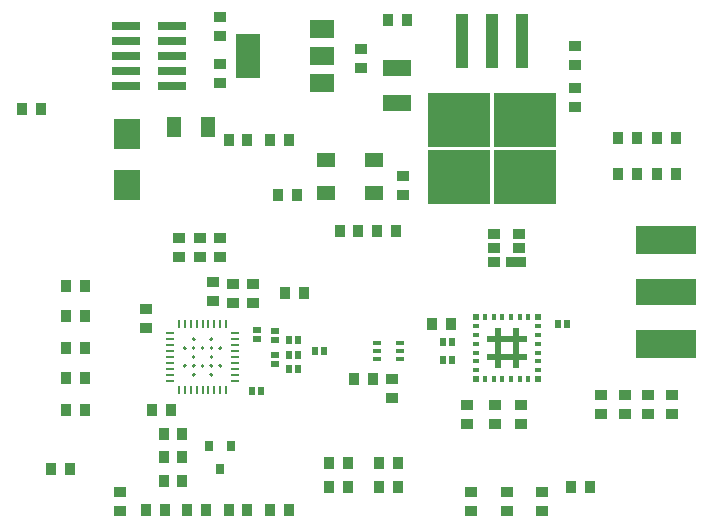
<source format=gtp>
G04 #@! TF.GenerationSoftware,KiCad,Pcbnew,(5.1.0-0)*
G04 #@! TF.CreationDate,2019-09-18T13:26:02-04:00*
G04 #@! TF.ProjectId,openlst-hw,6f70656e-6c73-4742-9d68-772e6b696361,1*
G04 #@! TF.SameCoordinates,Original*
G04 #@! TF.FileFunction,Paste,Top*
G04 #@! TF.FilePolarity,Positive*
%FSLAX46Y46*%
G04 Gerber Fmt 4.6, Leading zero omitted, Abs format (unit mm)*
G04 Created by KiCad (PCBNEW (5.1.0-0)) date 2019-09-18 13:26:02*
%MOMM*%
%LPD*%
G04 APERTURE LIST*
%ADD10C,0.200000*%
%ADD11R,1.050000X0.810000*%
%ADD12R,1.700000X0.810000*%
%ADD13R,0.280000X0.750000*%
%ADD14R,0.750000X0.280000*%
%ADD15R,3.500000X0.600000*%
%ADD16R,0.600000X3.500000*%
%ADD17R,0.400000X0.550000*%
%ADD18R,0.550000X0.500000*%
%ADD19R,0.550000X0.400000*%
%ADD20R,0.820000X1.000000*%
%ADD21R,0.650000X0.575000*%
%ADD22R,1.000000X0.820000*%
%ADD23R,0.575000X0.650000*%
%ADD24R,2.400000X1.460000*%
%ADD25R,2.300000X2.500000*%
%ADD26R,2.400000X0.740000*%
%ADD27R,5.080000X2.290000*%
%ADD28R,5.080000X2.420000*%
%ADD29R,1.220000X1.800000*%
%ADD30R,2.000000X3.800000*%
%ADD31R,2.000000X1.500000*%
%ADD32R,1.100000X4.600000*%
%ADD33R,5.250000X4.550000*%
%ADD34R,1.500000X1.200000*%
%ADD35R,0.800000X0.900000*%
%ADD36R,0.650000X0.400000*%
G04 APERTURE END LIST*
D10*
X132350000Y-70500000D02*
G75*
G03X132350000Y-70500000I-100000J0D01*
G01*
X132350000Y-69000000D02*
G75*
G03X132350000Y-69000000I-100000J0D01*
G01*
X132350000Y-67500000D02*
G75*
G03X132350000Y-67500000I-100000J0D01*
G01*
X130850000Y-67500000D02*
G75*
G03X130850000Y-67500000I-100000J0D01*
G01*
X130850000Y-69000000D02*
G75*
G03X130850000Y-69000000I-100000J0D01*
G01*
X130850000Y-70500000D02*
G75*
G03X130850000Y-70500000I-100000J0D01*
G01*
X130100000Y-69750000D02*
G75*
G03X130100000Y-69750000I-100000J0D01*
G01*
X130850000Y-69750000D02*
G75*
G03X130850000Y-69750000I-100000J0D01*
G01*
X132350000Y-69750000D02*
G75*
G03X132350000Y-69750000I-100000J0D01*
G01*
X131600000Y-69750000D02*
G75*
G03X131600000Y-69750000I-100000J0D01*
G01*
X133100000Y-69750000D02*
G75*
G03X133100000Y-69750000I-100000J0D01*
G01*
X133100000Y-68250000D02*
G75*
G03X133100000Y-68250000I-100000J0D01*
G01*
X131600000Y-68250000D02*
G75*
G03X131600000Y-68250000I-100000J0D01*
G01*
X132350000Y-68250000D02*
G75*
G03X132350000Y-68250000I-100000J0D01*
G01*
X130850000Y-68250000D02*
G75*
G03X130850000Y-68250000I-100000J0D01*
G01*
X130100000Y-68250000D02*
G75*
G03X130100000Y-68250000I-100000J0D01*
G01*
D11*
X156175000Y-60935000D03*
X156175000Y-59750000D03*
X156175000Y-58565000D03*
X158325000Y-58565000D03*
X158325000Y-59750000D03*
D12*
X158000000Y-60945000D03*
D13*
X131500000Y-66220000D03*
X132000000Y-66220000D03*
X132500000Y-66220000D03*
X133000000Y-66220000D03*
X133500000Y-66220000D03*
X131000000Y-66220000D03*
X130500000Y-66220000D03*
X130000000Y-66220000D03*
X129500000Y-66220000D03*
D14*
X134280000Y-69000000D03*
X134280000Y-69500000D03*
X134280000Y-70000000D03*
X134280000Y-70500000D03*
X134280000Y-71000000D03*
X134280000Y-67000000D03*
X134280000Y-67500000D03*
X134280000Y-68000000D03*
X134280000Y-68500000D03*
D13*
X131500000Y-71780000D03*
X131000000Y-71780000D03*
X130500000Y-71780000D03*
X130000000Y-71780000D03*
X129500000Y-71780000D03*
X133500000Y-71780000D03*
X133000000Y-71780000D03*
X132500000Y-71780000D03*
X132000000Y-71780000D03*
D14*
X128720000Y-69000000D03*
X128720000Y-68500000D03*
X128720000Y-68000000D03*
X128720000Y-67500000D03*
X128720000Y-67000000D03*
X128720000Y-71000000D03*
X128720000Y-70500000D03*
X128720000Y-70000000D03*
X128720000Y-69500000D03*
D15*
X157250000Y-67500000D03*
X157250000Y-69000000D03*
D16*
X156500000Y-68250000D03*
X158000000Y-68250000D03*
D17*
X155437000Y-70875000D03*
D18*
X154625000Y-70900000D03*
D19*
X154625000Y-66375000D03*
D18*
X154625000Y-65600000D03*
X159875000Y-65600000D03*
X159875000Y-70900000D03*
D19*
X159875000Y-70125000D03*
X159875000Y-69375000D03*
X159875000Y-68625000D03*
X159875000Y-67875000D03*
X159875000Y-67125000D03*
X159875000Y-66375000D03*
D17*
X159063000Y-65625000D03*
X158338000Y-65625000D03*
X157613000Y-65625000D03*
X156887000Y-65625000D03*
X156162000Y-65625000D03*
X155437000Y-65625000D03*
D19*
X154625000Y-67125000D03*
X154625000Y-67875000D03*
X154625000Y-68625000D03*
X154625000Y-69375000D03*
X154625000Y-70125000D03*
D17*
X156162000Y-70875000D03*
X156887000Y-70875000D03*
X157613000Y-70875000D03*
X158338000Y-70875000D03*
X159063000Y-70875000D03*
D20*
X128800000Y-73500000D03*
X127200000Y-73500000D03*
D21*
X136100000Y-67487500D03*
X136100000Y-66712500D03*
D22*
X135800000Y-64400000D03*
X135800000Y-62800000D03*
X144900000Y-42900000D03*
X144900000Y-44500000D03*
X134100000Y-64400000D03*
X134100000Y-62800000D03*
X165250000Y-72200000D03*
X165250000Y-73800000D03*
D23*
X135712500Y-71900000D03*
X136487500Y-71900000D03*
D20*
X152550000Y-66250000D03*
X150950000Y-66250000D03*
D22*
X129500000Y-58950000D03*
X129500000Y-60550000D03*
X126750000Y-66550000D03*
X126750000Y-64950000D03*
X133000000Y-44200000D03*
X133000000Y-45800000D03*
D24*
X148000000Y-44520000D03*
X148000000Y-47480000D03*
D22*
X133000000Y-41800000D03*
X133000000Y-40200000D03*
D20*
X148800000Y-40500000D03*
X147200000Y-40500000D03*
D22*
X132375000Y-64225000D03*
X132375000Y-62625000D03*
X163000000Y-47800000D03*
X163000000Y-46200000D03*
D23*
X139587500Y-70000000D03*
X138812500Y-70000000D03*
D20*
X129800000Y-75500000D03*
X128200000Y-75500000D03*
D21*
X137600000Y-66812500D03*
X137600000Y-67587500D03*
D23*
X138812500Y-68800000D03*
X139587500Y-68800000D03*
X141012500Y-68500000D03*
X141787500Y-68500000D03*
D20*
X145900000Y-70900000D03*
X144300000Y-70900000D03*
D22*
X148500000Y-55300000D03*
X148500000Y-53700000D03*
X153900000Y-73100000D03*
X153900000Y-74700000D03*
D23*
X151862500Y-67750000D03*
X152637500Y-67750000D03*
X151862500Y-69250000D03*
X152637500Y-69250000D03*
D22*
X156300000Y-73100000D03*
X156300000Y-74700000D03*
D23*
X162387500Y-66250000D03*
X161612500Y-66250000D03*
D22*
X158500000Y-73100000D03*
X158500000Y-74700000D03*
X131250000Y-58950000D03*
X131250000Y-60550000D03*
D20*
X171550000Y-50500000D03*
X169950000Y-50500000D03*
X171550000Y-53500000D03*
X169950000Y-53500000D03*
D25*
X125100000Y-50150000D03*
X125100000Y-54450000D03*
D26*
X128950000Y-46040000D03*
X125050000Y-46040000D03*
X128950000Y-44770000D03*
X125050000Y-44770000D03*
X128950000Y-43500000D03*
X125050000Y-43500000D03*
X128950000Y-42230000D03*
X125050000Y-42230000D03*
X128950000Y-40960000D03*
X125050000Y-40960000D03*
D27*
X170720000Y-63500000D03*
D28*
X170720000Y-67880000D03*
X170720000Y-59120000D03*
D29*
X131930000Y-49500000D03*
X129070000Y-49500000D03*
D22*
X133000000Y-58950000D03*
X133000000Y-60550000D03*
D21*
X137600000Y-69587500D03*
X137600000Y-68812500D03*
D23*
X138812500Y-67600000D03*
X139587500Y-67600000D03*
D22*
X147500000Y-72500000D03*
X147500000Y-70900000D03*
D20*
X143800000Y-78000000D03*
X142200000Y-78000000D03*
X148050000Y-78000000D03*
X146450000Y-78000000D03*
X168300000Y-50500000D03*
X166700000Y-50500000D03*
X168300000Y-53500000D03*
X166700000Y-53500000D03*
X137200000Y-82000000D03*
X138800000Y-82000000D03*
D22*
X124500000Y-80450000D03*
X124500000Y-82050000D03*
D20*
X133700000Y-82000000D03*
X135300000Y-82000000D03*
X130200000Y-82000000D03*
X131800000Y-82000000D03*
X121550000Y-73500000D03*
X119950000Y-73500000D03*
X121550000Y-63000000D03*
X119950000Y-63000000D03*
X121550000Y-68250000D03*
X119950000Y-68250000D03*
X121550000Y-70750000D03*
X119950000Y-70750000D03*
X146450000Y-80000000D03*
X148050000Y-80000000D03*
X142200000Y-80000000D03*
X143800000Y-80000000D03*
D22*
X154250000Y-80450000D03*
X154250000Y-82050000D03*
D20*
X140100000Y-63600000D03*
X138500000Y-63600000D03*
X139500000Y-55300000D03*
X137900000Y-55300000D03*
X129800000Y-79500000D03*
X128200000Y-79500000D03*
X121550000Y-65500000D03*
X119950000Y-65500000D03*
X126700000Y-82000000D03*
X128300000Y-82000000D03*
X146300000Y-58300000D03*
X147900000Y-58300000D03*
X143100000Y-58300000D03*
X144700000Y-58300000D03*
X135300000Y-50600000D03*
X133700000Y-50600000D03*
X138800000Y-50600000D03*
X137200000Y-50600000D03*
D22*
X171250000Y-72200000D03*
X171250000Y-73800000D03*
X157250000Y-82050000D03*
X157250000Y-80450000D03*
D20*
X129800000Y-77500000D03*
X128200000Y-77500000D03*
D22*
X160250000Y-80450000D03*
X160250000Y-82050000D03*
D20*
X120300000Y-78500000D03*
X118700000Y-78500000D03*
X116200000Y-48000000D03*
X117800000Y-48000000D03*
D22*
X163000000Y-44300000D03*
X163000000Y-42700000D03*
D20*
X162700000Y-80000000D03*
X164300000Y-80000000D03*
D22*
X169250000Y-72200000D03*
X169250000Y-73800000D03*
X167250000Y-73800000D03*
X167250000Y-72200000D03*
D30*
X135350000Y-43500000D03*
D31*
X141650000Y-43500000D03*
X141650000Y-41200000D03*
X141650000Y-45800000D03*
D32*
X158540000Y-42225000D03*
X156000000Y-42225000D03*
X153460000Y-42225000D03*
D33*
X153225000Y-53800000D03*
X158775000Y-48950000D03*
X158775000Y-53800000D03*
X153225000Y-48950000D03*
D34*
X146050000Y-52350000D03*
X141950000Y-52350000D03*
X141950000Y-55150000D03*
X146050000Y-55150000D03*
D35*
X133950000Y-76500000D03*
X132050000Y-76500000D03*
X133000000Y-78500000D03*
D36*
X148200000Y-69150000D03*
X148200000Y-67850000D03*
X146300000Y-68500000D03*
X148200000Y-68500000D03*
X146300000Y-67850000D03*
X146300000Y-69150000D03*
M02*

</source>
